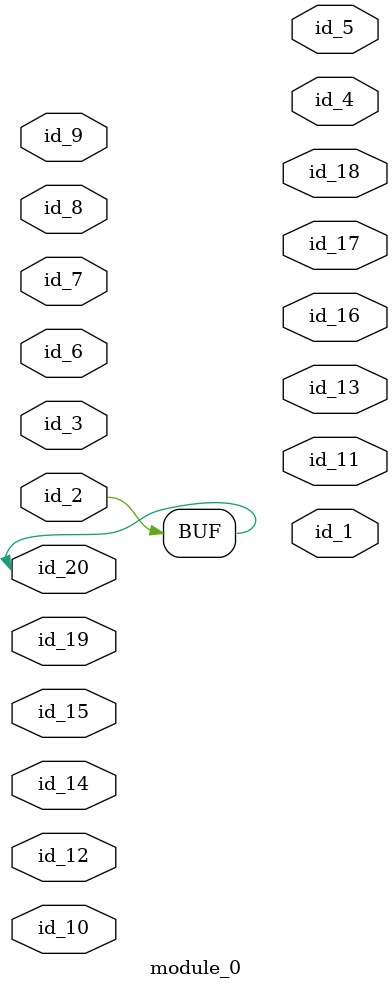
<source format=v>
module module_0 (
    id_1,
    id_2,
    id_3,
    id_4,
    id_5,
    id_6,
    id_7,
    id_8,
    id_9,
    id_10,
    id_11,
    id_12,
    id_13,
    id_14,
    id_15,
    id_16,
    id_17,
    id_18,
    id_19,
    id_20
);
  inout id_20;
  inout id_19;
  output id_18;
  output id_17;
  output id_16;
  input id_15;
  inout id_14;
  output id_13;
  inout id_12;
  output id_11;
  inout id_10;
  input id_9;
  input id_8;
  input id_7;
  inout id_6;
  output id_5;
  output id_4;
  inout id_3;
  inout id_2;
  output id_1;
  assign id_2 = id_20;
endmodule

</source>
